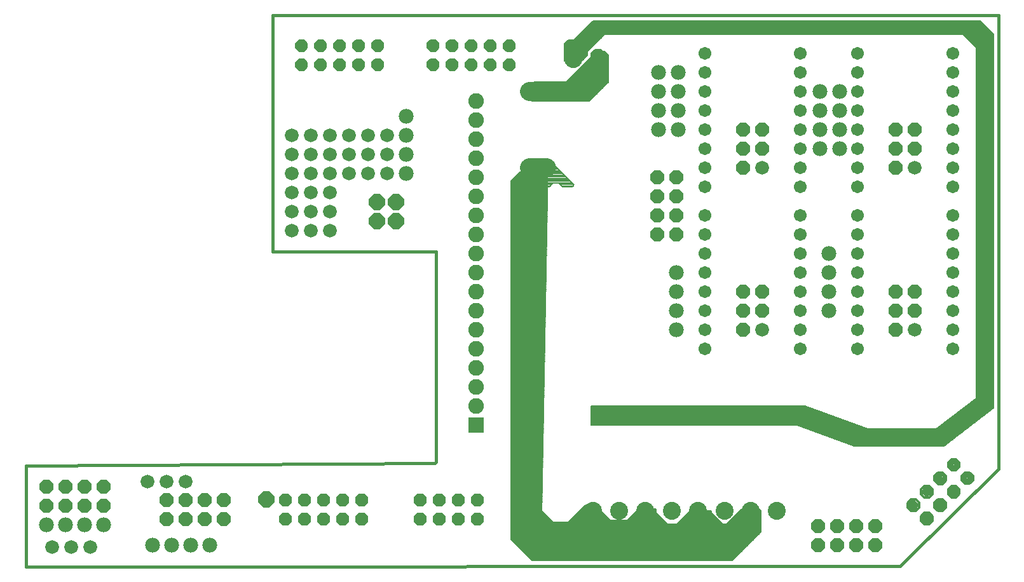
<source format=gbs>
G75*
%MOIN*%
%OFA0B0*%
%FSLAX25Y25*%
%IPPOS*%
%LPD*%
%AMOC8*
5,1,8,0,0,1.08239X$1,22.5*
%
%ADD10C,0.01600*%
%ADD11C,0.01200*%
%ADD12C,0.00600*%
%ADD13C,0.00800*%
%ADD14OC8,0.06743*%
%ADD15R,0.08200X0.08200*%
%ADD16C,0.08200*%
%ADD17C,0.06743*%
%ADD18C,0.07800*%
%ADD19C,0.07200*%
%ADD20OC8,0.07200*%
%ADD21C,0.09400*%
%ADD22OC8,0.07400*%
%ADD23C,0.01349*%
%ADD24C,0.09855*%
%ADD25OC8,0.08400*%
%ADD26C,0.01480*%
D10*
X0002800Y0040700D02*
X0461300Y0041000D01*
X0464300Y0044000D01*
X0512800Y0092000D01*
X0512800Y0330000D01*
X0218800Y0330000D01*
X0218700Y0330000D02*
X0132300Y0330000D01*
X0132300Y0206000D01*
X0217900Y0206000D01*
X0217900Y0095600D01*
X0217200Y0094800D02*
X0002800Y0093500D01*
X0002800Y0040700D01*
D11*
X0217300Y0095000D02*
X0218300Y0096000D01*
D12*
X0257300Y0096070D02*
X0273771Y0096070D01*
X0273760Y0095472D02*
X0257300Y0095472D01*
X0257300Y0094873D02*
X0273750Y0094873D01*
X0273739Y0094275D02*
X0257300Y0094275D01*
X0257300Y0093676D02*
X0273728Y0093676D01*
X0273717Y0093078D02*
X0257300Y0093078D01*
X0257300Y0092479D02*
X0273706Y0092479D01*
X0273695Y0091881D02*
X0257300Y0091881D01*
X0257300Y0091282D02*
X0273685Y0091282D01*
X0273674Y0090684D02*
X0257300Y0090684D01*
X0257300Y0090085D02*
X0273663Y0090085D01*
X0273652Y0089487D02*
X0257300Y0089487D01*
X0257300Y0088888D02*
X0273641Y0088888D01*
X0273631Y0088290D02*
X0257300Y0088290D01*
X0257300Y0087691D02*
X0273620Y0087691D01*
X0273609Y0087093D02*
X0257300Y0087093D01*
X0257300Y0086494D02*
X0273598Y0086494D01*
X0273587Y0085896D02*
X0257300Y0085896D01*
X0257300Y0085297D02*
X0273576Y0085297D01*
X0273566Y0084699D02*
X0257300Y0084699D01*
X0257300Y0084100D02*
X0273555Y0084100D01*
X0273544Y0083502D02*
X0257300Y0083502D01*
X0257300Y0082903D02*
X0273533Y0082903D01*
X0273522Y0082305D02*
X0257300Y0082305D01*
X0257300Y0081706D02*
X0273512Y0081706D01*
X0273501Y0081108D02*
X0257300Y0081108D01*
X0257300Y0080509D02*
X0273490Y0080509D01*
X0273479Y0079911D02*
X0257300Y0079911D01*
X0257300Y0079312D02*
X0273468Y0079312D01*
X0273457Y0078714D02*
X0257300Y0078714D01*
X0257300Y0078115D02*
X0273447Y0078115D01*
X0273436Y0077517D02*
X0257300Y0077517D01*
X0257300Y0076918D02*
X0273425Y0076918D01*
X0273414Y0076320D02*
X0257300Y0076320D01*
X0257300Y0075721D02*
X0273403Y0075721D01*
X0273393Y0075123D02*
X0257300Y0075123D01*
X0257300Y0074524D02*
X0273382Y0074524D01*
X0273371Y0073926D02*
X0257300Y0073926D01*
X0257300Y0073327D02*
X0273360Y0073327D01*
X0273349Y0072729D02*
X0257300Y0072729D01*
X0257300Y0072130D02*
X0273338Y0072130D01*
X0273328Y0071532D02*
X0257300Y0071532D01*
X0257300Y0070933D02*
X0273317Y0070933D01*
X0273306Y0070334D02*
X0257300Y0070334D01*
X0257300Y0069736D02*
X0273564Y0069736D01*
X0273300Y0070000D02*
X0276300Y0236000D01*
X0276300Y0245000D01*
X0265300Y0245000D01*
X0262300Y0248000D01*
X0257300Y0243000D01*
X0257300Y0055000D01*
X0268300Y0044000D01*
X0373300Y0044000D01*
X0388300Y0059000D01*
X0388300Y0070000D01*
X0387300Y0071000D01*
X0378300Y0071000D01*
X0370300Y0063000D01*
X0368300Y0063000D01*
X0362300Y0069000D01*
X0362300Y0070000D01*
X0351300Y0070000D01*
X0344300Y0063000D01*
X0339300Y0063000D01*
X0333300Y0069000D01*
X0333300Y0071000D01*
X0324300Y0071000D01*
X0318300Y0065000D01*
X0309300Y0065000D01*
X0301300Y0073000D01*
X0296300Y0073000D01*
X0287300Y0064000D01*
X0279300Y0064000D01*
X0273300Y0070000D01*
X0274163Y0069137D02*
X0257300Y0069137D01*
X0257300Y0068539D02*
X0274761Y0068539D01*
X0275360Y0067940D02*
X0257300Y0067940D01*
X0257300Y0067342D02*
X0275958Y0067342D01*
X0276557Y0066743D02*
X0257300Y0066743D01*
X0257300Y0066145D02*
X0277155Y0066145D01*
X0277754Y0065546D02*
X0257300Y0065546D01*
X0257300Y0064948D02*
X0278352Y0064948D01*
X0278951Y0064349D02*
X0257300Y0064349D01*
X0257300Y0063751D02*
X0338549Y0063751D01*
X0337951Y0064349D02*
X0287649Y0064349D01*
X0288248Y0064948D02*
X0337352Y0064948D01*
X0336754Y0065546D02*
X0318846Y0065546D01*
X0319445Y0066145D02*
X0336155Y0066145D01*
X0335557Y0066743D02*
X0320043Y0066743D01*
X0320642Y0067342D02*
X0334958Y0067342D01*
X0334360Y0067940D02*
X0321240Y0067940D01*
X0321839Y0068539D02*
X0333761Y0068539D01*
X0333300Y0069137D02*
X0322437Y0069137D01*
X0323036Y0069736D02*
X0333300Y0069736D01*
X0333300Y0070334D02*
X0323634Y0070334D01*
X0324233Y0070933D02*
X0333300Y0070933D01*
X0339148Y0063152D02*
X0257300Y0063152D01*
X0257300Y0062554D02*
X0388300Y0062554D01*
X0388300Y0063152D02*
X0370452Y0063152D01*
X0371051Y0063751D02*
X0388300Y0063751D01*
X0388300Y0064349D02*
X0371649Y0064349D01*
X0372248Y0064948D02*
X0388300Y0064948D01*
X0388300Y0065546D02*
X0372846Y0065546D01*
X0373445Y0066145D02*
X0388300Y0066145D01*
X0388300Y0066743D02*
X0374043Y0066743D01*
X0374642Y0067342D02*
X0388300Y0067342D01*
X0388300Y0067940D02*
X0375240Y0067940D01*
X0375839Y0068539D02*
X0388300Y0068539D01*
X0388300Y0069137D02*
X0376437Y0069137D01*
X0377036Y0069736D02*
X0388300Y0069736D01*
X0387966Y0070334D02*
X0377634Y0070334D01*
X0378233Y0070933D02*
X0387367Y0070933D01*
X0388300Y0061955D02*
X0257300Y0061955D01*
X0257300Y0061357D02*
X0388300Y0061357D01*
X0388300Y0060758D02*
X0257300Y0060758D01*
X0257300Y0060160D02*
X0388300Y0060160D01*
X0388300Y0059561D02*
X0257300Y0059561D01*
X0257300Y0058963D02*
X0388263Y0058963D01*
X0387664Y0058364D02*
X0257300Y0058364D01*
X0257300Y0057766D02*
X0387066Y0057766D01*
X0386467Y0057167D02*
X0257300Y0057167D01*
X0257300Y0056569D02*
X0385869Y0056569D01*
X0385270Y0055970D02*
X0257300Y0055970D01*
X0257300Y0055372D02*
X0384672Y0055372D01*
X0384073Y0054773D02*
X0257527Y0054773D01*
X0258125Y0054175D02*
X0383475Y0054175D01*
X0382876Y0053576D02*
X0258724Y0053576D01*
X0259322Y0052978D02*
X0382278Y0052978D01*
X0381679Y0052379D02*
X0259921Y0052379D01*
X0260519Y0051781D02*
X0381081Y0051781D01*
X0380482Y0051182D02*
X0261118Y0051182D01*
X0261716Y0050584D02*
X0379884Y0050584D01*
X0379285Y0049985D02*
X0262315Y0049985D01*
X0262913Y0049387D02*
X0378687Y0049387D01*
X0378088Y0048788D02*
X0263512Y0048788D01*
X0264110Y0048190D02*
X0377490Y0048190D01*
X0376891Y0047591D02*
X0264709Y0047591D01*
X0265307Y0046993D02*
X0376293Y0046993D01*
X0375694Y0046394D02*
X0265906Y0046394D01*
X0266504Y0045796D02*
X0375096Y0045796D01*
X0374497Y0045197D02*
X0267103Y0045197D01*
X0267701Y0044599D02*
X0373899Y0044599D01*
X0373300Y0044000D02*
X0268300Y0044000D01*
X0288846Y0065546D02*
X0308754Y0065546D01*
X0308155Y0066145D02*
X0289445Y0066145D01*
X0290043Y0066743D02*
X0307557Y0066743D01*
X0306958Y0067342D02*
X0290642Y0067342D01*
X0291240Y0067940D02*
X0306360Y0067940D01*
X0305761Y0068539D02*
X0291839Y0068539D01*
X0292437Y0069137D02*
X0305163Y0069137D01*
X0304564Y0069736D02*
X0293036Y0069736D01*
X0293634Y0070334D02*
X0303966Y0070334D01*
X0303367Y0070933D02*
X0294233Y0070933D01*
X0294832Y0071532D02*
X0302768Y0071532D01*
X0302170Y0072130D02*
X0295430Y0072130D01*
X0296029Y0072729D02*
X0301571Y0072729D01*
X0273782Y0096669D02*
X0257300Y0096669D01*
X0257300Y0097268D02*
X0273793Y0097268D01*
X0273804Y0097866D02*
X0257300Y0097866D01*
X0257300Y0098465D02*
X0273814Y0098465D01*
X0273825Y0099063D02*
X0257300Y0099063D01*
X0257300Y0099662D02*
X0273836Y0099662D01*
X0273847Y0100260D02*
X0257300Y0100260D01*
X0257300Y0100859D02*
X0273858Y0100859D01*
X0273868Y0101457D02*
X0257300Y0101457D01*
X0257300Y0102056D02*
X0273879Y0102056D01*
X0273890Y0102654D02*
X0257300Y0102654D01*
X0257300Y0103253D02*
X0273901Y0103253D01*
X0273912Y0103851D02*
X0257300Y0103851D01*
X0257300Y0104450D02*
X0273923Y0104450D01*
X0273933Y0105048D02*
X0257300Y0105048D01*
X0257300Y0105647D02*
X0273944Y0105647D01*
X0273955Y0106245D02*
X0257300Y0106245D01*
X0257300Y0106844D02*
X0273966Y0106844D01*
X0273977Y0107442D02*
X0257300Y0107442D01*
X0257300Y0108041D02*
X0273987Y0108041D01*
X0273998Y0108639D02*
X0257300Y0108639D01*
X0257300Y0109238D02*
X0274009Y0109238D01*
X0274020Y0109836D02*
X0257300Y0109836D01*
X0257300Y0110435D02*
X0274031Y0110435D01*
X0274042Y0111033D02*
X0257300Y0111033D01*
X0257300Y0111632D02*
X0274052Y0111632D01*
X0274063Y0112230D02*
X0257300Y0112230D01*
X0257300Y0112829D02*
X0274074Y0112829D01*
X0274085Y0113427D02*
X0257300Y0113427D01*
X0257300Y0114026D02*
X0274096Y0114026D01*
X0274106Y0114624D02*
X0257300Y0114624D01*
X0257300Y0115223D02*
X0274117Y0115223D01*
X0274128Y0115821D02*
X0257300Y0115821D01*
X0257300Y0116420D02*
X0274139Y0116420D01*
X0274150Y0117018D02*
X0257300Y0117018D01*
X0257300Y0117617D02*
X0274161Y0117617D01*
X0274171Y0118215D02*
X0257300Y0118215D01*
X0257300Y0118814D02*
X0274182Y0118814D01*
X0274193Y0119412D02*
X0257300Y0119412D01*
X0257300Y0120011D02*
X0274204Y0120011D01*
X0274215Y0120609D02*
X0257300Y0120609D01*
X0257300Y0121208D02*
X0274225Y0121208D01*
X0274236Y0121806D02*
X0257300Y0121806D01*
X0257300Y0122405D02*
X0274247Y0122405D01*
X0274258Y0123003D02*
X0257300Y0123003D01*
X0257300Y0123602D02*
X0274269Y0123602D01*
X0274280Y0124201D02*
X0257300Y0124201D01*
X0257300Y0124799D02*
X0274290Y0124799D01*
X0274301Y0125398D02*
X0257300Y0125398D01*
X0257300Y0125996D02*
X0274312Y0125996D01*
X0274323Y0126595D02*
X0257300Y0126595D01*
X0257300Y0127193D02*
X0274334Y0127193D01*
X0274344Y0127792D02*
X0257300Y0127792D01*
X0257300Y0128390D02*
X0274355Y0128390D01*
X0274366Y0128989D02*
X0257300Y0128989D01*
X0257300Y0129587D02*
X0274377Y0129587D01*
X0274388Y0130186D02*
X0257300Y0130186D01*
X0257300Y0130784D02*
X0274398Y0130784D01*
X0274409Y0131383D02*
X0257300Y0131383D01*
X0257300Y0131981D02*
X0274420Y0131981D01*
X0274431Y0132580D02*
X0257300Y0132580D01*
X0257300Y0133178D02*
X0274442Y0133178D01*
X0274453Y0133777D02*
X0257300Y0133777D01*
X0257300Y0134375D02*
X0274463Y0134375D01*
X0274474Y0134974D02*
X0257300Y0134974D01*
X0257300Y0135572D02*
X0274485Y0135572D01*
X0274496Y0136171D02*
X0257300Y0136171D01*
X0257300Y0136769D02*
X0274507Y0136769D01*
X0274517Y0137368D02*
X0257300Y0137368D01*
X0257300Y0137966D02*
X0274528Y0137966D01*
X0274539Y0138565D02*
X0257300Y0138565D01*
X0257300Y0139163D02*
X0274550Y0139163D01*
X0274561Y0139762D02*
X0257300Y0139762D01*
X0257300Y0140360D02*
X0274572Y0140360D01*
X0274582Y0140959D02*
X0257300Y0140959D01*
X0257300Y0141557D02*
X0274593Y0141557D01*
X0274604Y0142156D02*
X0257300Y0142156D01*
X0257300Y0142754D02*
X0274615Y0142754D01*
X0274626Y0143353D02*
X0257300Y0143353D01*
X0257300Y0143951D02*
X0274636Y0143951D01*
X0274647Y0144550D02*
X0257300Y0144550D01*
X0257300Y0145148D02*
X0274658Y0145148D01*
X0274669Y0145747D02*
X0257300Y0145747D01*
X0257300Y0146345D02*
X0274680Y0146345D01*
X0274691Y0146944D02*
X0257300Y0146944D01*
X0257300Y0147542D02*
X0274701Y0147542D01*
X0274712Y0148141D02*
X0257300Y0148141D01*
X0257300Y0148739D02*
X0274723Y0148739D01*
X0274734Y0149338D02*
X0257300Y0149338D01*
X0257300Y0149937D02*
X0274745Y0149937D01*
X0274755Y0150535D02*
X0257300Y0150535D01*
X0257300Y0151134D02*
X0274766Y0151134D01*
X0274777Y0151732D02*
X0257300Y0151732D01*
X0257300Y0152331D02*
X0274788Y0152331D01*
X0274799Y0152929D02*
X0257300Y0152929D01*
X0257300Y0153528D02*
X0274810Y0153528D01*
X0274820Y0154126D02*
X0257300Y0154126D01*
X0257300Y0154725D02*
X0274831Y0154725D01*
X0274842Y0155323D02*
X0257300Y0155323D01*
X0257300Y0155922D02*
X0274853Y0155922D01*
X0274864Y0156520D02*
X0257300Y0156520D01*
X0257300Y0157119D02*
X0274874Y0157119D01*
X0274885Y0157717D02*
X0257300Y0157717D01*
X0257300Y0158316D02*
X0274896Y0158316D01*
X0274907Y0158914D02*
X0257300Y0158914D01*
X0257300Y0159513D02*
X0274918Y0159513D01*
X0274929Y0160111D02*
X0257300Y0160111D01*
X0257300Y0160710D02*
X0274939Y0160710D01*
X0274950Y0161308D02*
X0257300Y0161308D01*
X0257300Y0161907D02*
X0274961Y0161907D01*
X0274972Y0162505D02*
X0257300Y0162505D01*
X0257300Y0163104D02*
X0274983Y0163104D01*
X0274993Y0163702D02*
X0257300Y0163702D01*
X0257300Y0164301D02*
X0275004Y0164301D01*
X0275015Y0164899D02*
X0257300Y0164899D01*
X0257300Y0165498D02*
X0275026Y0165498D01*
X0275037Y0166096D02*
X0257300Y0166096D01*
X0257300Y0166695D02*
X0275047Y0166695D01*
X0275058Y0167293D02*
X0257300Y0167293D01*
X0257300Y0167892D02*
X0275069Y0167892D01*
X0275080Y0168490D02*
X0257300Y0168490D01*
X0257300Y0169089D02*
X0275091Y0169089D01*
X0275102Y0169687D02*
X0257300Y0169687D01*
X0257300Y0170286D02*
X0275112Y0170286D01*
X0275123Y0170884D02*
X0257300Y0170884D01*
X0257300Y0171483D02*
X0275134Y0171483D01*
X0275145Y0172081D02*
X0257300Y0172081D01*
X0257300Y0172680D02*
X0275156Y0172680D01*
X0275166Y0173278D02*
X0257300Y0173278D01*
X0257300Y0173877D02*
X0275177Y0173877D01*
X0275188Y0174475D02*
X0257300Y0174475D01*
X0257300Y0175074D02*
X0275199Y0175074D01*
X0275210Y0175672D02*
X0257300Y0175672D01*
X0257300Y0176271D02*
X0275221Y0176271D01*
X0275231Y0176870D02*
X0257300Y0176870D01*
X0257300Y0177468D02*
X0275242Y0177468D01*
X0275253Y0178067D02*
X0257300Y0178067D01*
X0257300Y0178665D02*
X0275264Y0178665D01*
X0275275Y0179264D02*
X0257300Y0179264D01*
X0257300Y0179862D02*
X0275285Y0179862D01*
X0275296Y0180461D02*
X0257300Y0180461D01*
X0257300Y0181059D02*
X0275307Y0181059D01*
X0275318Y0181658D02*
X0257300Y0181658D01*
X0257300Y0182256D02*
X0275329Y0182256D01*
X0275340Y0182855D02*
X0257300Y0182855D01*
X0257300Y0183453D02*
X0275350Y0183453D01*
X0275361Y0184052D02*
X0257300Y0184052D01*
X0257300Y0184650D02*
X0275372Y0184650D01*
X0275383Y0185249D02*
X0257300Y0185249D01*
X0257300Y0185847D02*
X0275394Y0185847D01*
X0275404Y0186446D02*
X0257300Y0186446D01*
X0257300Y0187044D02*
X0275415Y0187044D01*
X0275426Y0187643D02*
X0257300Y0187643D01*
X0257300Y0188241D02*
X0275437Y0188241D01*
X0275448Y0188840D02*
X0257300Y0188840D01*
X0257300Y0189438D02*
X0275459Y0189438D01*
X0275469Y0190037D02*
X0257300Y0190037D01*
X0257300Y0190635D02*
X0275480Y0190635D01*
X0275491Y0191234D02*
X0257300Y0191234D01*
X0257300Y0191832D02*
X0275502Y0191832D01*
X0275513Y0192431D02*
X0257300Y0192431D01*
X0257300Y0193029D02*
X0275523Y0193029D01*
X0275534Y0193628D02*
X0257300Y0193628D01*
X0257300Y0194226D02*
X0275545Y0194226D01*
X0275556Y0194825D02*
X0257300Y0194825D01*
X0257300Y0195423D02*
X0275567Y0195423D01*
X0275577Y0196022D02*
X0257300Y0196022D01*
X0257300Y0196620D02*
X0275588Y0196620D01*
X0275599Y0197219D02*
X0257300Y0197219D01*
X0257300Y0197817D02*
X0275610Y0197817D01*
X0275621Y0198416D02*
X0257300Y0198416D01*
X0257300Y0199014D02*
X0275632Y0199014D01*
X0275642Y0199613D02*
X0257300Y0199613D01*
X0257300Y0200211D02*
X0275653Y0200211D01*
X0275664Y0200810D02*
X0257300Y0200810D01*
X0257300Y0201408D02*
X0275675Y0201408D01*
X0275686Y0202007D02*
X0257300Y0202007D01*
X0257300Y0202605D02*
X0275696Y0202605D01*
X0275707Y0203204D02*
X0257300Y0203204D01*
X0257300Y0203803D02*
X0275718Y0203803D01*
X0275729Y0204401D02*
X0257300Y0204401D01*
X0257300Y0205000D02*
X0275740Y0205000D01*
X0275751Y0205598D02*
X0257300Y0205598D01*
X0257300Y0206197D02*
X0275761Y0206197D01*
X0275772Y0206795D02*
X0257300Y0206795D01*
X0257300Y0207394D02*
X0275783Y0207394D01*
X0275794Y0207992D02*
X0257300Y0207992D01*
X0257300Y0208591D02*
X0275805Y0208591D01*
X0275815Y0209189D02*
X0257300Y0209189D01*
X0257300Y0209788D02*
X0275826Y0209788D01*
X0275837Y0210386D02*
X0257300Y0210386D01*
X0257300Y0210985D02*
X0275848Y0210985D01*
X0275859Y0211583D02*
X0257300Y0211583D01*
X0257300Y0212182D02*
X0275870Y0212182D01*
X0275880Y0212780D02*
X0257300Y0212780D01*
X0257300Y0213379D02*
X0275891Y0213379D01*
X0275902Y0213977D02*
X0257300Y0213977D01*
X0257300Y0214576D02*
X0275913Y0214576D01*
X0275924Y0215174D02*
X0257300Y0215174D01*
X0257300Y0215773D02*
X0275934Y0215773D01*
X0275945Y0216371D02*
X0257300Y0216371D01*
X0257300Y0216970D02*
X0275956Y0216970D01*
X0275967Y0217568D02*
X0257300Y0217568D01*
X0257300Y0218167D02*
X0275978Y0218167D01*
X0275989Y0218765D02*
X0257300Y0218765D01*
X0257300Y0219364D02*
X0275999Y0219364D01*
X0276010Y0219962D02*
X0257300Y0219962D01*
X0257300Y0220561D02*
X0276021Y0220561D01*
X0276032Y0221159D02*
X0257300Y0221159D01*
X0257300Y0221758D02*
X0276043Y0221758D01*
X0276053Y0222356D02*
X0257300Y0222356D01*
X0257300Y0222955D02*
X0276064Y0222955D01*
X0276075Y0223553D02*
X0257300Y0223553D01*
X0257300Y0224152D02*
X0276086Y0224152D01*
X0276097Y0224750D02*
X0257300Y0224750D01*
X0257300Y0225349D02*
X0276108Y0225349D01*
X0276118Y0225947D02*
X0257300Y0225947D01*
X0257300Y0226546D02*
X0276129Y0226546D01*
X0276140Y0227144D02*
X0257300Y0227144D01*
X0257300Y0227743D02*
X0276151Y0227743D01*
X0276162Y0228341D02*
X0257300Y0228341D01*
X0257300Y0228940D02*
X0276172Y0228940D01*
X0276183Y0229539D02*
X0257300Y0229539D01*
X0257300Y0230137D02*
X0276194Y0230137D01*
X0276205Y0230736D02*
X0257300Y0230736D01*
X0257300Y0231334D02*
X0276216Y0231334D01*
X0276226Y0231933D02*
X0257300Y0231933D01*
X0257300Y0232531D02*
X0276237Y0232531D01*
X0276248Y0233130D02*
X0257300Y0233130D01*
X0257300Y0233728D02*
X0276259Y0233728D01*
X0276270Y0234327D02*
X0257300Y0234327D01*
X0257300Y0234925D02*
X0276281Y0234925D01*
X0276291Y0235524D02*
X0257300Y0235524D01*
X0257300Y0236122D02*
X0276300Y0236122D01*
X0276300Y0236721D02*
X0257300Y0236721D01*
X0257300Y0237319D02*
X0276300Y0237319D01*
X0276300Y0237918D02*
X0257300Y0237918D01*
X0257300Y0238516D02*
X0276300Y0238516D01*
X0276300Y0239115D02*
X0257300Y0239115D01*
X0257300Y0239713D02*
X0276300Y0239713D01*
X0276300Y0240312D02*
X0257300Y0240312D01*
X0257300Y0240910D02*
X0276300Y0240910D01*
X0276300Y0241509D02*
X0257300Y0241509D01*
X0257300Y0242107D02*
X0276300Y0242107D01*
X0276300Y0242706D02*
X0257300Y0242706D01*
X0257604Y0243304D02*
X0276300Y0243304D01*
X0276300Y0243903D02*
X0258203Y0243903D01*
X0258801Y0244501D02*
X0276300Y0244501D01*
X0265200Y0245100D02*
X0259400Y0245100D01*
X0259998Y0245698D02*
X0264602Y0245698D01*
X0264003Y0246297D02*
X0260597Y0246297D01*
X0261195Y0246895D02*
X0263405Y0246895D01*
X0262806Y0247494D02*
X0261794Y0247494D01*
X0268300Y0285000D02*
X0265300Y0288000D01*
X0265300Y0291000D01*
X0269300Y0295000D01*
X0286300Y0295000D01*
X0299300Y0308000D01*
X0299300Y0310000D01*
X0301300Y0312000D01*
X0304300Y0312000D01*
X0305300Y0311000D01*
X0306300Y0311000D01*
X0308300Y0309000D01*
X0308300Y0295000D01*
X0298300Y0285000D01*
X0268300Y0285000D01*
X0268100Y0285200D02*
X0298500Y0285200D01*
X0299099Y0285799D02*
X0267501Y0285799D01*
X0266903Y0286397D02*
X0299697Y0286397D01*
X0300296Y0286996D02*
X0266304Y0286996D01*
X0265706Y0287594D02*
X0300894Y0287594D01*
X0301493Y0288193D02*
X0265300Y0288193D01*
X0265300Y0288791D02*
X0302091Y0288791D01*
X0302690Y0289390D02*
X0265300Y0289390D01*
X0265300Y0289988D02*
X0303288Y0289988D01*
X0303887Y0290587D02*
X0265300Y0290587D01*
X0265485Y0291185D02*
X0304485Y0291185D01*
X0305084Y0291784D02*
X0266084Y0291784D01*
X0266682Y0292382D02*
X0305682Y0292382D01*
X0306281Y0292981D02*
X0267281Y0292981D01*
X0267879Y0293579D02*
X0306879Y0293579D01*
X0307478Y0294178D02*
X0268478Y0294178D01*
X0269076Y0294776D02*
X0308076Y0294776D01*
X0308300Y0295375D02*
X0286675Y0295375D01*
X0287273Y0295973D02*
X0308300Y0295973D01*
X0308300Y0296572D02*
X0287872Y0296572D01*
X0288470Y0297170D02*
X0308300Y0297170D01*
X0308300Y0297769D02*
X0289069Y0297769D01*
X0289667Y0298367D02*
X0308300Y0298367D01*
X0308300Y0298966D02*
X0290266Y0298966D01*
X0290864Y0299564D02*
X0308300Y0299564D01*
X0308300Y0300163D02*
X0291463Y0300163D01*
X0292061Y0300761D02*
X0308300Y0300761D01*
X0308300Y0301360D02*
X0292660Y0301360D01*
X0293258Y0301958D02*
X0308300Y0301958D01*
X0308300Y0302557D02*
X0293857Y0302557D01*
X0294455Y0303155D02*
X0308300Y0303155D01*
X0308300Y0303754D02*
X0295054Y0303754D01*
X0295652Y0304352D02*
X0308300Y0304352D01*
X0308300Y0304951D02*
X0296251Y0304951D01*
X0296849Y0305549D02*
X0308300Y0305549D01*
X0308300Y0306148D02*
X0297448Y0306148D01*
X0298046Y0306746D02*
X0308300Y0306746D01*
X0308300Y0307345D02*
X0298645Y0307345D01*
X0299243Y0307943D02*
X0308300Y0307943D01*
X0308300Y0308542D02*
X0299300Y0308542D01*
X0299300Y0309141D02*
X0308159Y0309141D01*
X0307561Y0309739D02*
X0299300Y0309739D01*
X0299638Y0310338D02*
X0306962Y0310338D01*
X0306364Y0310936D02*
X0300236Y0310936D01*
X0300835Y0311535D02*
X0304765Y0311535D01*
X0301426Y0315126D02*
X0285426Y0315126D01*
X0285300Y0315000D02*
X0287300Y0317000D01*
X0290300Y0317000D01*
X0300300Y0327000D01*
X0503300Y0327000D01*
X0510300Y0320000D01*
X0510300Y0124000D01*
X0484300Y0104000D01*
X0437300Y0104000D01*
X0407300Y0115000D01*
X0299300Y0115000D01*
X0299300Y0125000D01*
X0411300Y0125000D01*
X0444300Y0113000D01*
X0480300Y0113000D01*
X0501300Y0129000D01*
X0501300Y0313000D01*
X0494300Y0320000D01*
X0306300Y0320000D01*
X0297300Y0311000D01*
X0297300Y0309000D01*
X0294300Y0306000D01*
X0285300Y0306000D01*
X0285300Y0315000D01*
X0285300Y0314527D02*
X0300827Y0314527D01*
X0300229Y0313929D02*
X0285300Y0313929D01*
X0285300Y0313330D02*
X0299630Y0313330D01*
X0299032Y0312732D02*
X0285300Y0312732D01*
X0285300Y0312133D02*
X0298433Y0312133D01*
X0297835Y0311535D02*
X0285300Y0311535D01*
X0285300Y0310936D02*
X0297300Y0310936D01*
X0297300Y0310338D02*
X0285300Y0310338D01*
X0285300Y0309739D02*
X0297300Y0309739D01*
X0297300Y0309141D02*
X0285300Y0309141D01*
X0285300Y0308542D02*
X0296842Y0308542D01*
X0296243Y0307943D02*
X0285300Y0307943D01*
X0285300Y0307345D02*
X0295645Y0307345D01*
X0295046Y0306746D02*
X0285300Y0306746D01*
X0285300Y0306148D02*
X0294448Y0306148D01*
X0302024Y0315724D02*
X0286024Y0315724D01*
X0286623Y0316323D02*
X0302623Y0316323D01*
X0303221Y0316921D02*
X0287221Y0316921D01*
X0290820Y0317520D02*
X0303820Y0317520D01*
X0304418Y0318118D02*
X0291418Y0318118D01*
X0292017Y0318717D02*
X0305017Y0318717D01*
X0305615Y0319315D02*
X0292615Y0319315D01*
X0293214Y0319914D02*
X0306214Y0319914D01*
X0299199Y0325899D02*
X0504401Y0325899D01*
X0503803Y0326497D02*
X0299797Y0326497D01*
X0298600Y0325300D02*
X0505000Y0325300D01*
X0505598Y0324702D02*
X0298002Y0324702D01*
X0297403Y0324103D02*
X0506197Y0324103D01*
X0506795Y0323505D02*
X0296805Y0323505D01*
X0296206Y0322906D02*
X0507394Y0322906D01*
X0507992Y0322308D02*
X0295608Y0322308D01*
X0295009Y0321709D02*
X0508591Y0321709D01*
X0509189Y0321111D02*
X0294411Y0321111D01*
X0293812Y0320512D02*
X0509788Y0320512D01*
X0510300Y0319914D02*
X0494386Y0319914D01*
X0494985Y0319315D02*
X0510300Y0319315D01*
X0510300Y0318717D02*
X0495583Y0318717D01*
X0496182Y0318118D02*
X0510300Y0318118D01*
X0510300Y0317520D02*
X0496780Y0317520D01*
X0497379Y0316921D02*
X0510300Y0316921D01*
X0510300Y0316323D02*
X0497977Y0316323D01*
X0498576Y0315724D02*
X0510300Y0315724D01*
X0510300Y0315126D02*
X0499174Y0315126D01*
X0499773Y0314527D02*
X0510300Y0314527D01*
X0510300Y0313929D02*
X0500371Y0313929D01*
X0500970Y0313330D02*
X0510300Y0313330D01*
X0510300Y0312732D02*
X0501300Y0312732D01*
X0501300Y0312133D02*
X0510300Y0312133D01*
X0510300Y0311535D02*
X0501300Y0311535D01*
X0501300Y0310936D02*
X0510300Y0310936D01*
X0510300Y0310338D02*
X0501300Y0310338D01*
X0501300Y0309739D02*
X0510300Y0309739D01*
X0510300Y0309141D02*
X0501300Y0309141D01*
X0501300Y0308542D02*
X0510300Y0308542D01*
X0510300Y0307943D02*
X0501300Y0307943D01*
X0501300Y0307345D02*
X0510300Y0307345D01*
X0510300Y0306746D02*
X0501300Y0306746D01*
X0501300Y0306148D02*
X0510300Y0306148D01*
X0510300Y0305549D02*
X0501300Y0305549D01*
X0501300Y0304951D02*
X0510300Y0304951D01*
X0510300Y0304352D02*
X0501300Y0304352D01*
X0501300Y0303754D02*
X0510300Y0303754D01*
X0510300Y0303155D02*
X0501300Y0303155D01*
X0501300Y0302557D02*
X0510300Y0302557D01*
X0510300Y0301958D02*
X0501300Y0301958D01*
X0501300Y0301360D02*
X0510300Y0301360D01*
X0510300Y0300761D02*
X0501300Y0300761D01*
X0501300Y0300163D02*
X0510300Y0300163D01*
X0510300Y0299564D02*
X0501300Y0299564D01*
X0501300Y0298966D02*
X0510300Y0298966D01*
X0510300Y0298367D02*
X0501300Y0298367D01*
X0501300Y0297769D02*
X0510300Y0297769D01*
X0510300Y0297170D02*
X0501300Y0297170D01*
X0501300Y0296572D02*
X0510300Y0296572D01*
X0510300Y0295973D02*
X0501300Y0295973D01*
X0501300Y0295375D02*
X0510300Y0295375D01*
X0510300Y0294776D02*
X0501300Y0294776D01*
X0501300Y0294178D02*
X0510300Y0294178D01*
X0510300Y0293579D02*
X0501300Y0293579D01*
X0501300Y0292981D02*
X0510300Y0292981D01*
X0510300Y0292382D02*
X0501300Y0292382D01*
X0501300Y0291784D02*
X0510300Y0291784D01*
X0510300Y0291185D02*
X0501300Y0291185D01*
X0501300Y0290587D02*
X0510300Y0290587D01*
X0510300Y0289988D02*
X0501300Y0289988D01*
X0501300Y0289390D02*
X0510300Y0289390D01*
X0510300Y0288791D02*
X0501300Y0288791D01*
X0501300Y0288193D02*
X0510300Y0288193D01*
X0510300Y0287594D02*
X0501300Y0287594D01*
X0501300Y0286996D02*
X0510300Y0286996D01*
X0510300Y0286397D02*
X0501300Y0286397D01*
X0501300Y0285799D02*
X0510300Y0285799D01*
X0510300Y0285200D02*
X0501300Y0285200D01*
X0501300Y0284602D02*
X0510300Y0284602D01*
X0510300Y0284003D02*
X0501300Y0284003D01*
X0501300Y0283405D02*
X0510300Y0283405D01*
X0510300Y0282806D02*
X0501300Y0282806D01*
X0501300Y0282208D02*
X0510300Y0282208D01*
X0510300Y0281609D02*
X0501300Y0281609D01*
X0501300Y0281010D02*
X0510300Y0281010D01*
X0510300Y0280412D02*
X0501300Y0280412D01*
X0501300Y0279813D02*
X0510300Y0279813D01*
X0510300Y0279215D02*
X0501300Y0279215D01*
X0501300Y0278616D02*
X0510300Y0278616D01*
X0510300Y0278018D02*
X0501300Y0278018D01*
X0501300Y0277419D02*
X0510300Y0277419D01*
X0510300Y0276821D02*
X0501300Y0276821D01*
X0501300Y0276222D02*
X0510300Y0276222D01*
X0510300Y0275624D02*
X0501300Y0275624D01*
X0501300Y0275025D02*
X0510300Y0275025D01*
X0510300Y0274427D02*
X0501300Y0274427D01*
X0501300Y0273828D02*
X0510300Y0273828D01*
X0510300Y0273230D02*
X0501300Y0273230D01*
X0501300Y0272631D02*
X0510300Y0272631D01*
X0510300Y0272033D02*
X0501300Y0272033D01*
X0501300Y0271434D02*
X0510300Y0271434D01*
X0510300Y0270836D02*
X0501300Y0270836D01*
X0501300Y0270237D02*
X0510300Y0270237D01*
X0510300Y0269639D02*
X0501300Y0269639D01*
X0501300Y0269040D02*
X0510300Y0269040D01*
X0510300Y0268442D02*
X0501300Y0268442D01*
X0501300Y0267843D02*
X0510300Y0267843D01*
X0510300Y0267245D02*
X0501300Y0267245D01*
X0501300Y0266646D02*
X0510300Y0266646D01*
X0510300Y0266048D02*
X0501300Y0266048D01*
X0501300Y0265449D02*
X0510300Y0265449D01*
X0510300Y0264851D02*
X0501300Y0264851D01*
X0501300Y0264252D02*
X0510300Y0264252D01*
X0510300Y0263654D02*
X0501300Y0263654D01*
X0501300Y0263055D02*
X0510300Y0263055D01*
X0510300Y0262457D02*
X0501300Y0262457D01*
X0501300Y0261858D02*
X0510300Y0261858D01*
X0510300Y0261260D02*
X0501300Y0261260D01*
X0501300Y0260661D02*
X0510300Y0260661D01*
X0510300Y0260063D02*
X0501300Y0260063D01*
X0501300Y0259464D02*
X0510300Y0259464D01*
X0510300Y0258866D02*
X0501300Y0258866D01*
X0501300Y0258267D02*
X0510300Y0258267D01*
X0510300Y0257669D02*
X0501300Y0257669D01*
X0501300Y0257070D02*
X0510300Y0257070D01*
X0510300Y0256472D02*
X0501300Y0256472D01*
X0501300Y0255873D02*
X0510300Y0255873D01*
X0510300Y0255274D02*
X0501300Y0255274D01*
X0501300Y0254676D02*
X0510300Y0254676D01*
X0510300Y0254077D02*
X0501300Y0254077D01*
X0501300Y0253479D02*
X0510300Y0253479D01*
X0510300Y0252880D02*
X0501300Y0252880D01*
X0501300Y0252282D02*
X0510300Y0252282D01*
X0510300Y0251683D02*
X0501300Y0251683D01*
X0501300Y0251085D02*
X0510300Y0251085D01*
X0510300Y0250486D02*
X0501300Y0250486D01*
X0501300Y0249888D02*
X0510300Y0249888D01*
X0510300Y0249289D02*
X0501300Y0249289D01*
X0501300Y0248691D02*
X0510300Y0248691D01*
X0510300Y0248092D02*
X0501300Y0248092D01*
X0501300Y0247494D02*
X0510300Y0247494D01*
X0510300Y0246895D02*
X0501300Y0246895D01*
X0501300Y0246297D02*
X0510300Y0246297D01*
X0510300Y0245698D02*
X0501300Y0245698D01*
X0501300Y0245100D02*
X0510300Y0245100D01*
X0510300Y0244501D02*
X0501300Y0244501D01*
X0501300Y0243903D02*
X0510300Y0243903D01*
X0510300Y0243304D02*
X0501300Y0243304D01*
X0501300Y0242706D02*
X0510300Y0242706D01*
X0510300Y0242107D02*
X0501300Y0242107D01*
X0501300Y0241509D02*
X0510300Y0241509D01*
X0510300Y0240910D02*
X0501300Y0240910D01*
X0501300Y0240312D02*
X0510300Y0240312D01*
X0510300Y0239713D02*
X0501300Y0239713D01*
X0501300Y0239115D02*
X0510300Y0239115D01*
X0510300Y0238516D02*
X0501300Y0238516D01*
X0501300Y0237918D02*
X0510300Y0237918D01*
X0510300Y0237319D02*
X0501300Y0237319D01*
X0501300Y0236721D02*
X0510300Y0236721D01*
X0510300Y0236122D02*
X0501300Y0236122D01*
X0501300Y0235524D02*
X0510300Y0235524D01*
X0510300Y0234925D02*
X0501300Y0234925D01*
X0501300Y0234327D02*
X0510300Y0234327D01*
X0510300Y0233728D02*
X0501300Y0233728D01*
X0501300Y0233130D02*
X0510300Y0233130D01*
X0510300Y0232531D02*
X0501300Y0232531D01*
X0501300Y0231933D02*
X0510300Y0231933D01*
X0510300Y0231334D02*
X0501300Y0231334D01*
X0501300Y0230736D02*
X0510300Y0230736D01*
X0510300Y0230137D02*
X0501300Y0230137D01*
X0501300Y0229539D02*
X0510300Y0229539D01*
X0510300Y0228940D02*
X0501300Y0228940D01*
X0501300Y0228341D02*
X0510300Y0228341D01*
X0510300Y0227743D02*
X0501300Y0227743D01*
X0501300Y0227144D02*
X0510300Y0227144D01*
X0510300Y0226546D02*
X0501300Y0226546D01*
X0501300Y0225947D02*
X0510300Y0225947D01*
X0510300Y0225349D02*
X0501300Y0225349D01*
X0501300Y0224750D02*
X0510300Y0224750D01*
X0510300Y0224152D02*
X0501300Y0224152D01*
X0501300Y0223553D02*
X0510300Y0223553D01*
X0510300Y0222955D02*
X0501300Y0222955D01*
X0501300Y0222356D02*
X0510300Y0222356D01*
X0510300Y0221758D02*
X0501300Y0221758D01*
X0501300Y0221159D02*
X0510300Y0221159D01*
X0510300Y0220561D02*
X0501300Y0220561D01*
X0501300Y0219962D02*
X0510300Y0219962D01*
X0510300Y0219364D02*
X0501300Y0219364D01*
X0501300Y0218765D02*
X0510300Y0218765D01*
X0510300Y0218167D02*
X0501300Y0218167D01*
X0501300Y0217568D02*
X0510300Y0217568D01*
X0510300Y0216970D02*
X0501300Y0216970D01*
X0501300Y0216371D02*
X0510300Y0216371D01*
X0510300Y0215773D02*
X0501300Y0215773D01*
X0501300Y0215174D02*
X0510300Y0215174D01*
X0510300Y0214576D02*
X0501300Y0214576D01*
X0501300Y0213977D02*
X0510300Y0213977D01*
X0510300Y0213379D02*
X0501300Y0213379D01*
X0501300Y0212780D02*
X0510300Y0212780D01*
X0510300Y0212182D02*
X0501300Y0212182D01*
X0501300Y0211583D02*
X0510300Y0211583D01*
X0510300Y0210985D02*
X0501300Y0210985D01*
X0501300Y0210386D02*
X0510300Y0210386D01*
X0510300Y0209788D02*
X0501300Y0209788D01*
X0501300Y0209189D02*
X0510300Y0209189D01*
X0510300Y0208591D02*
X0501300Y0208591D01*
X0501300Y0207992D02*
X0510300Y0207992D01*
X0510300Y0207394D02*
X0501300Y0207394D01*
X0501300Y0206795D02*
X0510300Y0206795D01*
X0510300Y0206197D02*
X0501300Y0206197D01*
X0501300Y0205598D02*
X0510300Y0205598D01*
X0510300Y0205000D02*
X0501300Y0205000D01*
X0501300Y0204401D02*
X0510300Y0204401D01*
X0510300Y0203803D02*
X0501300Y0203803D01*
X0501300Y0203204D02*
X0510300Y0203204D01*
X0510300Y0202605D02*
X0501300Y0202605D01*
X0501300Y0202007D02*
X0510300Y0202007D01*
X0510300Y0201408D02*
X0501300Y0201408D01*
X0501300Y0200810D02*
X0510300Y0200810D01*
X0510300Y0200211D02*
X0501300Y0200211D01*
X0501300Y0199613D02*
X0510300Y0199613D01*
X0510300Y0199014D02*
X0501300Y0199014D01*
X0501300Y0198416D02*
X0510300Y0198416D01*
X0510300Y0197817D02*
X0501300Y0197817D01*
X0501300Y0197219D02*
X0510300Y0197219D01*
X0510300Y0196620D02*
X0501300Y0196620D01*
X0501300Y0196022D02*
X0510300Y0196022D01*
X0510300Y0195423D02*
X0501300Y0195423D01*
X0501300Y0194825D02*
X0510300Y0194825D01*
X0510300Y0194226D02*
X0501300Y0194226D01*
X0501300Y0193628D02*
X0510300Y0193628D01*
X0510300Y0193029D02*
X0501300Y0193029D01*
X0501300Y0192431D02*
X0510300Y0192431D01*
X0510300Y0191832D02*
X0501300Y0191832D01*
X0501300Y0191234D02*
X0510300Y0191234D01*
X0510300Y0190635D02*
X0501300Y0190635D01*
X0501300Y0190037D02*
X0510300Y0190037D01*
X0510300Y0189438D02*
X0501300Y0189438D01*
X0501300Y0188840D02*
X0510300Y0188840D01*
X0510300Y0188241D02*
X0501300Y0188241D01*
X0501300Y0187643D02*
X0510300Y0187643D01*
X0510300Y0187044D02*
X0501300Y0187044D01*
X0501300Y0186446D02*
X0510300Y0186446D01*
X0510300Y0185847D02*
X0501300Y0185847D01*
X0501300Y0185249D02*
X0510300Y0185249D01*
X0510300Y0184650D02*
X0501300Y0184650D01*
X0501300Y0184052D02*
X0510300Y0184052D01*
X0510300Y0183453D02*
X0501300Y0183453D01*
X0501300Y0182855D02*
X0510300Y0182855D01*
X0510300Y0182256D02*
X0501300Y0182256D01*
X0501300Y0181658D02*
X0510300Y0181658D01*
X0510300Y0181059D02*
X0501300Y0181059D01*
X0501300Y0180461D02*
X0510300Y0180461D01*
X0510300Y0179862D02*
X0501300Y0179862D01*
X0501300Y0179264D02*
X0510300Y0179264D01*
X0510300Y0178665D02*
X0501300Y0178665D01*
X0501300Y0178067D02*
X0510300Y0178067D01*
X0510300Y0177468D02*
X0501300Y0177468D01*
X0501300Y0176870D02*
X0510300Y0176870D01*
X0510300Y0176271D02*
X0501300Y0176271D01*
X0501300Y0175672D02*
X0510300Y0175672D01*
X0510300Y0175074D02*
X0501300Y0175074D01*
X0501300Y0174475D02*
X0510300Y0174475D01*
X0510300Y0173877D02*
X0501300Y0173877D01*
X0501300Y0173278D02*
X0510300Y0173278D01*
X0510300Y0172680D02*
X0501300Y0172680D01*
X0501300Y0172081D02*
X0510300Y0172081D01*
X0510300Y0171483D02*
X0501300Y0171483D01*
X0501300Y0170884D02*
X0510300Y0170884D01*
X0510300Y0170286D02*
X0501300Y0170286D01*
X0501300Y0169687D02*
X0510300Y0169687D01*
X0510300Y0169089D02*
X0501300Y0169089D01*
X0501300Y0168490D02*
X0510300Y0168490D01*
X0510300Y0167892D02*
X0501300Y0167892D01*
X0501300Y0167293D02*
X0510300Y0167293D01*
X0510300Y0166695D02*
X0501300Y0166695D01*
X0501300Y0166096D02*
X0510300Y0166096D01*
X0510300Y0165498D02*
X0501300Y0165498D01*
X0501300Y0164899D02*
X0510300Y0164899D01*
X0510300Y0164301D02*
X0501300Y0164301D01*
X0501300Y0163702D02*
X0510300Y0163702D01*
X0510300Y0163104D02*
X0501300Y0163104D01*
X0501300Y0162505D02*
X0510300Y0162505D01*
X0510300Y0161907D02*
X0501300Y0161907D01*
X0501300Y0161308D02*
X0510300Y0161308D01*
X0510300Y0160710D02*
X0501300Y0160710D01*
X0501300Y0160111D02*
X0510300Y0160111D01*
X0510300Y0159513D02*
X0501300Y0159513D01*
X0501300Y0158914D02*
X0510300Y0158914D01*
X0510300Y0158316D02*
X0501300Y0158316D01*
X0501300Y0157717D02*
X0510300Y0157717D01*
X0510300Y0157119D02*
X0501300Y0157119D01*
X0501300Y0156520D02*
X0510300Y0156520D01*
X0510300Y0155922D02*
X0501300Y0155922D01*
X0501300Y0155323D02*
X0510300Y0155323D01*
X0510300Y0154725D02*
X0501300Y0154725D01*
X0501300Y0154126D02*
X0510300Y0154126D01*
X0510300Y0153528D02*
X0501300Y0153528D01*
X0501300Y0152929D02*
X0510300Y0152929D01*
X0510300Y0152331D02*
X0501300Y0152331D01*
X0501300Y0151732D02*
X0510300Y0151732D01*
X0510300Y0151134D02*
X0501300Y0151134D01*
X0501300Y0150535D02*
X0510300Y0150535D01*
X0510300Y0149937D02*
X0501300Y0149937D01*
X0501300Y0149338D02*
X0510300Y0149338D01*
X0510300Y0148739D02*
X0501300Y0148739D01*
X0501300Y0148141D02*
X0510300Y0148141D01*
X0510300Y0147542D02*
X0501300Y0147542D01*
X0501300Y0146944D02*
X0510300Y0146944D01*
X0510300Y0146345D02*
X0501300Y0146345D01*
X0501300Y0145747D02*
X0510300Y0145747D01*
X0510300Y0145148D02*
X0501300Y0145148D01*
X0501300Y0144550D02*
X0510300Y0144550D01*
X0510300Y0143951D02*
X0501300Y0143951D01*
X0501300Y0143353D02*
X0510300Y0143353D01*
X0510300Y0142754D02*
X0501300Y0142754D01*
X0501300Y0142156D02*
X0510300Y0142156D01*
X0510300Y0141557D02*
X0501300Y0141557D01*
X0501300Y0140959D02*
X0510300Y0140959D01*
X0510300Y0140360D02*
X0501300Y0140360D01*
X0501300Y0139762D02*
X0510300Y0139762D01*
X0510300Y0139163D02*
X0501300Y0139163D01*
X0501300Y0138565D02*
X0510300Y0138565D01*
X0510300Y0137966D02*
X0501300Y0137966D01*
X0501300Y0137368D02*
X0510300Y0137368D01*
X0510300Y0136769D02*
X0501300Y0136769D01*
X0501300Y0136171D02*
X0510300Y0136171D01*
X0510300Y0135572D02*
X0501300Y0135572D01*
X0501300Y0134974D02*
X0510300Y0134974D01*
X0510300Y0134375D02*
X0501300Y0134375D01*
X0501300Y0133777D02*
X0510300Y0133777D01*
X0510300Y0133178D02*
X0501300Y0133178D01*
X0501300Y0132580D02*
X0510300Y0132580D01*
X0510300Y0131981D02*
X0501300Y0131981D01*
X0501300Y0131383D02*
X0510300Y0131383D01*
X0510300Y0130784D02*
X0501300Y0130784D01*
X0501300Y0130186D02*
X0510300Y0130186D01*
X0510300Y0129587D02*
X0501300Y0129587D01*
X0501285Y0128989D02*
X0510300Y0128989D01*
X0510300Y0128390D02*
X0500499Y0128390D01*
X0499714Y0127792D02*
X0510300Y0127792D01*
X0510300Y0127193D02*
X0498928Y0127193D01*
X0498143Y0126595D02*
X0510300Y0126595D01*
X0510300Y0125996D02*
X0497357Y0125996D01*
X0496572Y0125398D02*
X0510300Y0125398D01*
X0510300Y0124799D02*
X0495786Y0124799D01*
X0495001Y0124201D02*
X0510300Y0124201D01*
X0509783Y0123602D02*
X0494215Y0123602D01*
X0493430Y0123003D02*
X0509005Y0123003D01*
X0508226Y0122405D02*
X0492644Y0122405D01*
X0491858Y0121806D02*
X0507448Y0121806D01*
X0506670Y0121208D02*
X0491073Y0121208D01*
X0490287Y0120609D02*
X0505892Y0120609D01*
X0505114Y0120011D02*
X0489502Y0120011D01*
X0488716Y0119412D02*
X0504336Y0119412D01*
X0503558Y0118814D02*
X0487931Y0118814D01*
X0487145Y0118215D02*
X0502780Y0118215D01*
X0502002Y0117617D02*
X0486360Y0117617D01*
X0485574Y0117018D02*
X0501224Y0117018D01*
X0500446Y0116420D02*
X0484789Y0116420D01*
X0484003Y0115821D02*
X0499668Y0115821D01*
X0498890Y0115223D02*
X0483217Y0115223D01*
X0482432Y0114624D02*
X0498112Y0114624D01*
X0497334Y0114026D02*
X0481646Y0114026D01*
X0480861Y0113427D02*
X0496556Y0113427D01*
X0495777Y0112829D02*
X0413221Y0112829D01*
X0411589Y0113427D02*
X0443125Y0113427D01*
X0441479Y0114026D02*
X0409957Y0114026D01*
X0408325Y0114624D02*
X0439833Y0114624D01*
X0438187Y0115223D02*
X0299300Y0115223D01*
X0299300Y0115821D02*
X0436541Y0115821D01*
X0434895Y0116420D02*
X0299300Y0116420D01*
X0299300Y0117018D02*
X0433249Y0117018D01*
X0431604Y0117617D02*
X0299300Y0117617D01*
X0299300Y0118215D02*
X0429958Y0118215D01*
X0428312Y0118814D02*
X0299300Y0118814D01*
X0299300Y0119412D02*
X0426666Y0119412D01*
X0425020Y0120011D02*
X0299300Y0120011D01*
X0299300Y0120609D02*
X0423374Y0120609D01*
X0421728Y0121208D02*
X0299300Y0121208D01*
X0299300Y0121806D02*
X0420082Y0121806D01*
X0418436Y0122405D02*
X0299300Y0122405D01*
X0299300Y0123003D02*
X0416790Y0123003D01*
X0415144Y0123602D02*
X0299300Y0123602D01*
X0299300Y0124201D02*
X0413499Y0124201D01*
X0411853Y0124799D02*
X0299300Y0124799D01*
X0351036Y0069736D02*
X0362300Y0069736D01*
X0362300Y0069137D02*
X0350437Y0069137D01*
X0349839Y0068539D02*
X0362761Y0068539D01*
X0363360Y0067940D02*
X0349240Y0067940D01*
X0348642Y0067342D02*
X0363958Y0067342D01*
X0364557Y0066743D02*
X0348043Y0066743D01*
X0347445Y0066145D02*
X0365155Y0066145D01*
X0365754Y0065546D02*
X0346846Y0065546D01*
X0346248Y0064948D02*
X0366352Y0064948D01*
X0366951Y0064349D02*
X0345649Y0064349D01*
X0345051Y0063751D02*
X0367549Y0063751D01*
X0368148Y0063152D02*
X0344452Y0063152D01*
X0423015Y0109238D02*
X0491109Y0109238D01*
X0491887Y0109836D02*
X0421383Y0109836D01*
X0419751Y0110435D02*
X0492665Y0110435D01*
X0493443Y0111033D02*
X0418118Y0111033D01*
X0416486Y0111632D02*
X0494221Y0111632D01*
X0494999Y0112230D02*
X0414854Y0112230D01*
X0424648Y0108639D02*
X0490331Y0108639D01*
X0489553Y0108041D02*
X0426280Y0108041D01*
X0427912Y0107442D02*
X0488775Y0107442D01*
X0487997Y0106844D02*
X0429544Y0106844D01*
X0431177Y0106245D02*
X0487219Y0106245D01*
X0486441Y0105647D02*
X0432809Y0105647D01*
X0434441Y0105048D02*
X0485663Y0105048D01*
X0484885Y0104450D02*
X0436074Y0104450D01*
D13*
X0290300Y0241000D02*
X0279300Y0252000D01*
X0276300Y0252000D01*
X0276300Y0240000D01*
X0277300Y0240000D01*
X0279300Y0242000D01*
X0282300Y0242000D01*
X0284300Y0240000D01*
X0289300Y0240000D01*
X0290300Y0241000D01*
X0290068Y0241232D02*
X0283068Y0241232D01*
X0283866Y0240434D02*
X0289734Y0240434D01*
X0289269Y0242031D02*
X0276300Y0242031D01*
X0276300Y0242829D02*
X0288471Y0242829D01*
X0287672Y0243628D02*
X0276300Y0243628D01*
X0276300Y0244426D02*
X0286874Y0244426D01*
X0286075Y0245225D02*
X0276300Y0245225D01*
X0276300Y0246023D02*
X0285277Y0246023D01*
X0284478Y0246822D02*
X0276300Y0246822D01*
X0276300Y0247620D02*
X0283680Y0247620D01*
X0282881Y0248419D02*
X0276300Y0248419D01*
X0276300Y0249217D02*
X0282083Y0249217D01*
X0281284Y0250016D02*
X0276300Y0250016D01*
X0276300Y0250814D02*
X0280486Y0250814D01*
X0279687Y0251613D02*
X0276300Y0251613D01*
X0276300Y0241232D02*
X0278532Y0241232D01*
X0277734Y0240434D02*
X0276300Y0240434D01*
D14*
X0239425Y0075625D03*
X0229425Y0075625D03*
X0219425Y0075625D03*
X0209425Y0075625D03*
X0209425Y0065625D03*
X0219425Y0065625D03*
X0229425Y0065625D03*
X0239425Y0065625D03*
X0178800Y0065625D03*
X0168800Y0065625D03*
X0158800Y0065625D03*
X0148800Y0065625D03*
X0138800Y0065625D03*
X0138800Y0075625D03*
X0148800Y0075625D03*
X0158800Y0075625D03*
X0168800Y0075625D03*
X0178800Y0075625D03*
D15*
X0238800Y0115000D03*
D16*
X0238800Y0125000D03*
X0238800Y0135000D03*
X0238800Y0145000D03*
X0238800Y0155000D03*
X0238800Y0165000D03*
X0238800Y0175000D03*
X0238800Y0185000D03*
X0238800Y0195000D03*
X0238800Y0205000D03*
X0238800Y0215000D03*
X0238800Y0225000D03*
X0238800Y0235000D03*
X0238800Y0245000D03*
X0238800Y0255000D03*
X0238800Y0265000D03*
X0238800Y0275000D03*
X0238800Y0285000D03*
D17*
X0358800Y0280000D03*
X0358800Y0270000D03*
X0358800Y0260000D03*
X0358800Y0250000D03*
X0358800Y0240000D03*
X0358800Y0225000D03*
X0358800Y0215000D03*
X0358800Y0205000D03*
X0358800Y0195000D03*
X0358800Y0185000D03*
X0358800Y0175000D03*
X0358800Y0165000D03*
X0358800Y0155000D03*
X0408800Y0155000D03*
X0408800Y0165000D03*
X0408800Y0175000D03*
X0408800Y0185000D03*
X0408800Y0195000D03*
X0408800Y0205000D03*
X0408800Y0215000D03*
X0408800Y0225000D03*
X0408800Y0240000D03*
X0408800Y0250000D03*
X0408800Y0260000D03*
X0408800Y0270000D03*
X0408800Y0280000D03*
X0408800Y0290000D03*
X0408800Y0300000D03*
X0408800Y0310000D03*
X0438800Y0310000D03*
X0438800Y0300000D03*
X0438800Y0290000D03*
X0438800Y0280000D03*
X0438800Y0270000D03*
X0438800Y0260000D03*
X0438800Y0250000D03*
X0438800Y0240000D03*
X0438800Y0225000D03*
X0438800Y0215000D03*
X0438800Y0205000D03*
X0438800Y0195000D03*
X0438800Y0185000D03*
X0438800Y0175000D03*
X0438800Y0165000D03*
X0438800Y0155000D03*
X0488800Y0155000D03*
X0488800Y0165000D03*
X0488800Y0175000D03*
X0488800Y0185000D03*
X0488800Y0195000D03*
X0488800Y0205000D03*
X0488800Y0215000D03*
X0488800Y0225000D03*
X0488800Y0240000D03*
X0488800Y0250000D03*
X0488800Y0260000D03*
X0488800Y0270000D03*
X0488800Y0280000D03*
X0488800Y0290000D03*
X0488800Y0300000D03*
X0488800Y0310000D03*
X0358800Y0310000D03*
X0358800Y0300000D03*
X0358800Y0290000D03*
D18*
X0344800Y0290000D03*
X0334700Y0290000D03*
X0334700Y0280000D03*
X0344800Y0280000D03*
X0344800Y0270000D03*
X0334700Y0270000D03*
X0334700Y0300000D03*
X0344800Y0300000D03*
X0419300Y0289800D03*
X0429400Y0289800D03*
X0429400Y0279800D03*
X0419300Y0279800D03*
X0419300Y0269800D03*
X0429400Y0269800D03*
X0429400Y0259800D03*
X0419300Y0259800D03*
X0423800Y0205000D03*
X0423800Y0195000D03*
X0423800Y0185000D03*
X0423800Y0175000D03*
X0343800Y0175000D03*
X0343800Y0165000D03*
X0343800Y0185000D03*
X0343800Y0195000D03*
X0202300Y0247100D03*
X0202300Y0257100D03*
X0202300Y0267100D03*
X0202300Y0277100D03*
X0043550Y0062650D03*
X0033550Y0062650D03*
X0023550Y0062650D03*
X0013550Y0062650D03*
X0069300Y0052000D03*
X0079300Y0052000D03*
X0089300Y0052000D03*
X0099300Y0052000D03*
D19*
X0086700Y0085400D03*
X0076700Y0085400D03*
X0066700Y0085400D03*
X0036700Y0050800D03*
X0026700Y0050800D03*
X0016700Y0050800D03*
X0142100Y0216800D03*
X0152100Y0216800D03*
X0162100Y0216800D03*
X0162100Y0226800D03*
X0152100Y0226800D03*
X0142100Y0226800D03*
X0142100Y0237000D03*
X0152100Y0237000D03*
X0162100Y0237000D03*
X0162100Y0247000D03*
X0152100Y0247000D03*
X0142100Y0247000D03*
X0142100Y0257000D03*
X0152100Y0257000D03*
X0162100Y0257000D03*
X0172100Y0257000D03*
X0182100Y0257000D03*
X0192300Y0257000D03*
X0192300Y0247000D03*
X0182100Y0247000D03*
X0172100Y0247000D03*
X0172100Y0267000D03*
X0182100Y0267000D03*
X0192300Y0267000D03*
X0162100Y0267000D03*
X0152100Y0267000D03*
X0142100Y0267000D03*
X0388800Y0250000D03*
X0468800Y0250000D03*
X0468800Y0165000D03*
X0388800Y0165000D03*
D20*
X0378800Y0165000D03*
X0378800Y0175000D03*
X0388800Y0175000D03*
X0388800Y0185000D03*
X0378800Y0185000D03*
X0458800Y0185000D03*
X0468800Y0185000D03*
X0468800Y0175000D03*
X0458800Y0175000D03*
X0458800Y0165000D03*
X0458800Y0250000D03*
X0458800Y0260000D03*
X0468800Y0260000D03*
X0468800Y0270000D03*
X0458800Y0270000D03*
X0388800Y0270000D03*
X0378800Y0270000D03*
X0378800Y0260000D03*
X0388800Y0260000D03*
X0378800Y0250000D03*
D21*
X0303493Y0307000D03*
X0289713Y0307000D03*
X0300107Y0070000D03*
X0313887Y0070000D03*
X0327707Y0070000D03*
X0341487Y0070000D03*
X0355307Y0070000D03*
X0369087Y0070000D03*
X0382907Y0070000D03*
X0396687Y0070000D03*
D22*
X0418300Y0062000D03*
X0428300Y0062000D03*
X0438300Y0062000D03*
X0448300Y0062000D03*
X0448300Y0052000D03*
X0438300Y0052000D03*
X0428300Y0052000D03*
X0418300Y0052000D03*
X0343800Y0215000D03*
X0333800Y0215000D03*
X0333800Y0225000D03*
X0343800Y0225000D03*
X0343800Y0235000D03*
X0333800Y0235000D03*
X0333800Y0245000D03*
X0343800Y0245000D03*
X0106400Y0075500D03*
X0096400Y0075500D03*
X0086400Y0075500D03*
X0076400Y0075500D03*
X0076400Y0065500D03*
X0086400Y0065500D03*
X0096400Y0065500D03*
X0106400Y0065500D03*
X0043600Y0072700D03*
X0033600Y0072700D03*
X0023600Y0072700D03*
X0013600Y0072700D03*
X0013600Y0082700D03*
X0023600Y0082700D03*
X0033600Y0082700D03*
X0043600Y0082700D03*
D23*
X0149332Y0303537D02*
X0150007Y0302862D01*
X0148430Y0301279D01*
X0146197Y0301276D01*
X0144614Y0302853D01*
X0144611Y0305086D01*
X0146188Y0306669D01*
X0148421Y0306672D01*
X0150004Y0305095D01*
X0150007Y0302862D01*
X0148996Y0303279D01*
X0148009Y0302290D01*
X0146614Y0302287D01*
X0145625Y0303274D01*
X0145622Y0304669D01*
X0146609Y0305658D01*
X0148004Y0305661D01*
X0148993Y0304674D01*
X0148996Y0303279D01*
X0147983Y0303697D01*
X0147589Y0303301D01*
X0147032Y0303300D01*
X0146636Y0303694D01*
X0146635Y0304251D01*
X0147029Y0304647D01*
X0147586Y0304648D01*
X0147982Y0304254D01*
X0147983Y0303697D01*
X0159332Y0303554D02*
X0160007Y0302879D01*
X0158430Y0301296D01*
X0156197Y0301293D01*
X0154614Y0302870D01*
X0154611Y0305103D01*
X0156188Y0306686D01*
X0158421Y0306689D01*
X0160004Y0305112D01*
X0160007Y0302879D01*
X0158996Y0303296D01*
X0158009Y0302307D01*
X0156614Y0302304D01*
X0155625Y0303291D01*
X0155622Y0304686D01*
X0156609Y0305675D01*
X0158004Y0305678D01*
X0158993Y0304691D01*
X0158996Y0303296D01*
X0157983Y0303714D01*
X0157589Y0303318D01*
X0157032Y0303317D01*
X0156636Y0303711D01*
X0156635Y0304268D01*
X0157029Y0304664D01*
X0157586Y0304665D01*
X0157982Y0304271D01*
X0157983Y0303714D01*
X0169332Y0303572D02*
X0170007Y0302897D01*
X0168430Y0301314D01*
X0166197Y0301311D01*
X0164614Y0302888D01*
X0164611Y0305121D01*
X0166188Y0306704D01*
X0168421Y0306707D01*
X0170004Y0305130D01*
X0170007Y0302897D01*
X0168996Y0303314D01*
X0168009Y0302325D01*
X0166614Y0302322D01*
X0165625Y0303309D01*
X0165622Y0304704D01*
X0166609Y0305693D01*
X0168004Y0305696D01*
X0168993Y0304709D01*
X0168996Y0303314D01*
X0167983Y0303732D01*
X0167589Y0303336D01*
X0167032Y0303335D01*
X0166636Y0303729D01*
X0166635Y0304286D01*
X0167029Y0304682D01*
X0167586Y0304683D01*
X0167982Y0304289D01*
X0167983Y0303732D01*
X0179332Y0303589D02*
X0180007Y0302914D01*
X0178430Y0301331D01*
X0176197Y0301328D01*
X0174614Y0302905D01*
X0174611Y0305138D01*
X0176188Y0306721D01*
X0178421Y0306724D01*
X0180004Y0305147D01*
X0180007Y0302914D01*
X0178996Y0303331D01*
X0178009Y0302342D01*
X0176614Y0302339D01*
X0175625Y0303326D01*
X0175622Y0304721D01*
X0176609Y0305710D01*
X0178004Y0305713D01*
X0178993Y0304726D01*
X0178996Y0303331D01*
X0177983Y0303749D01*
X0177589Y0303353D01*
X0177032Y0303352D01*
X0176636Y0303746D01*
X0176635Y0304303D01*
X0177029Y0304699D01*
X0177586Y0304700D01*
X0177982Y0304306D01*
X0177983Y0303749D01*
X0189332Y0303607D02*
X0190007Y0302932D01*
X0188430Y0301349D01*
X0186197Y0301346D01*
X0184614Y0302923D01*
X0184611Y0305156D01*
X0186188Y0306739D01*
X0188421Y0306742D01*
X0190004Y0305165D01*
X0190007Y0302932D01*
X0188996Y0303349D01*
X0188009Y0302360D01*
X0186614Y0302357D01*
X0185625Y0303344D01*
X0185622Y0304739D01*
X0186609Y0305728D01*
X0188004Y0305731D01*
X0188993Y0304744D01*
X0188996Y0303349D01*
X0187983Y0303767D01*
X0187589Y0303371D01*
X0187032Y0303370D01*
X0186636Y0303764D01*
X0186635Y0304321D01*
X0187029Y0304717D01*
X0187586Y0304718D01*
X0187982Y0304324D01*
X0187983Y0303767D01*
X0189314Y0313607D02*
X0189989Y0312932D01*
X0188412Y0311349D01*
X0186179Y0311346D01*
X0184596Y0312923D01*
X0184593Y0315156D01*
X0186170Y0316739D01*
X0188403Y0316742D01*
X0189986Y0315165D01*
X0189989Y0312932D01*
X0188978Y0313349D01*
X0187991Y0312360D01*
X0186596Y0312357D01*
X0185607Y0313344D01*
X0185604Y0314739D01*
X0186591Y0315728D01*
X0187986Y0315731D01*
X0188975Y0314744D01*
X0188978Y0313349D01*
X0187965Y0313767D01*
X0187571Y0313371D01*
X0187014Y0313370D01*
X0186618Y0313764D01*
X0186617Y0314321D01*
X0187011Y0314717D01*
X0187568Y0314718D01*
X0187964Y0314324D01*
X0187965Y0313767D01*
X0179314Y0313589D02*
X0179989Y0312914D01*
X0178412Y0311331D01*
X0176179Y0311328D01*
X0174596Y0312905D01*
X0174593Y0315138D01*
X0176170Y0316721D01*
X0178403Y0316724D01*
X0179986Y0315147D01*
X0179989Y0312914D01*
X0178978Y0313331D01*
X0177991Y0312342D01*
X0176596Y0312339D01*
X0175607Y0313326D01*
X0175604Y0314721D01*
X0176591Y0315710D01*
X0177986Y0315713D01*
X0178975Y0314726D01*
X0178978Y0313331D01*
X0177965Y0313749D01*
X0177571Y0313353D01*
X0177014Y0313352D01*
X0176618Y0313746D01*
X0176617Y0314303D01*
X0177011Y0314699D01*
X0177568Y0314700D01*
X0177964Y0314306D01*
X0177965Y0313749D01*
X0169314Y0313572D02*
X0169989Y0312897D01*
X0168412Y0311314D01*
X0166179Y0311311D01*
X0164596Y0312888D01*
X0164593Y0315121D01*
X0166170Y0316704D01*
X0168403Y0316707D01*
X0169986Y0315130D01*
X0169989Y0312897D01*
X0168978Y0313314D01*
X0167991Y0312325D01*
X0166596Y0312322D01*
X0165607Y0313309D01*
X0165604Y0314704D01*
X0166591Y0315693D01*
X0167986Y0315696D01*
X0168975Y0314709D01*
X0168978Y0313314D01*
X0167965Y0313732D01*
X0167571Y0313336D01*
X0167014Y0313335D01*
X0166618Y0313729D01*
X0166617Y0314286D01*
X0167011Y0314682D01*
X0167568Y0314683D01*
X0167964Y0314289D01*
X0167965Y0313732D01*
X0159314Y0313554D02*
X0159989Y0312879D01*
X0158412Y0311296D01*
X0156179Y0311293D01*
X0154596Y0312870D01*
X0154593Y0315103D01*
X0156170Y0316686D01*
X0158403Y0316689D01*
X0159986Y0315112D01*
X0159989Y0312879D01*
X0158978Y0313296D01*
X0157991Y0312307D01*
X0156596Y0312304D01*
X0155607Y0313291D01*
X0155604Y0314686D01*
X0156591Y0315675D01*
X0157986Y0315678D01*
X0158975Y0314691D01*
X0158978Y0313296D01*
X0157965Y0313714D01*
X0157571Y0313318D01*
X0157014Y0313317D01*
X0156618Y0313711D01*
X0156617Y0314268D01*
X0157011Y0314664D01*
X0157568Y0314665D01*
X0157964Y0314271D01*
X0157965Y0313714D01*
X0149314Y0313537D02*
X0149989Y0312862D01*
X0148412Y0311279D01*
X0146179Y0311276D01*
X0144596Y0312853D01*
X0144593Y0315086D01*
X0146170Y0316669D01*
X0148403Y0316672D01*
X0149986Y0315095D01*
X0149989Y0312862D01*
X0148978Y0313279D01*
X0147991Y0312290D01*
X0146596Y0312287D01*
X0145607Y0313274D01*
X0145604Y0314669D01*
X0146591Y0315658D01*
X0147986Y0315661D01*
X0148975Y0314674D01*
X0148978Y0313279D01*
X0147965Y0313697D01*
X0147571Y0313301D01*
X0147014Y0313300D01*
X0146618Y0313694D01*
X0146617Y0314251D01*
X0147011Y0314647D01*
X0147568Y0314648D01*
X0147964Y0314254D01*
X0147965Y0313697D01*
X0218342Y0313622D02*
X0219017Y0312947D01*
X0217428Y0311376D01*
X0215195Y0311387D01*
X0213624Y0312976D01*
X0213635Y0315209D01*
X0215224Y0316780D01*
X0217457Y0316769D01*
X0219028Y0315180D01*
X0219017Y0312947D01*
X0218008Y0313372D01*
X0217015Y0312389D01*
X0215620Y0312396D01*
X0214637Y0313389D01*
X0214644Y0314784D01*
X0215637Y0315767D01*
X0217032Y0315760D01*
X0218015Y0314767D01*
X0218008Y0313372D01*
X0216998Y0313796D01*
X0216601Y0313403D01*
X0216044Y0313406D01*
X0215651Y0313803D01*
X0215654Y0314360D01*
X0216051Y0314753D01*
X0216608Y0314750D01*
X0217001Y0314353D01*
X0216998Y0313796D01*
X0228342Y0313570D02*
X0229017Y0312895D01*
X0227428Y0311324D01*
X0225195Y0311335D01*
X0223624Y0312924D01*
X0223635Y0315157D01*
X0225224Y0316728D01*
X0227457Y0316717D01*
X0229028Y0315128D01*
X0229017Y0312895D01*
X0228008Y0313320D01*
X0227015Y0312337D01*
X0225620Y0312344D01*
X0224637Y0313337D01*
X0224644Y0314732D01*
X0225637Y0315715D01*
X0227032Y0315708D01*
X0228015Y0314715D01*
X0228008Y0313320D01*
X0226998Y0313744D01*
X0226601Y0313351D01*
X0226044Y0313354D01*
X0225651Y0313751D01*
X0225654Y0314308D01*
X0226051Y0314701D01*
X0226608Y0314698D01*
X0227001Y0314301D01*
X0226998Y0313744D01*
X0238342Y0313518D02*
X0239017Y0312843D01*
X0237428Y0311272D01*
X0235195Y0311283D01*
X0233624Y0312872D01*
X0233635Y0315105D01*
X0235224Y0316676D01*
X0237457Y0316665D01*
X0239028Y0315076D01*
X0239017Y0312843D01*
X0238008Y0313268D01*
X0237015Y0312285D01*
X0235620Y0312292D01*
X0234637Y0313285D01*
X0234644Y0314680D01*
X0235637Y0315663D01*
X0237032Y0315656D01*
X0238015Y0314663D01*
X0238008Y0313268D01*
X0236998Y0313692D01*
X0236601Y0313299D01*
X0236044Y0313302D01*
X0235651Y0313699D01*
X0235654Y0314256D01*
X0236051Y0314649D01*
X0236608Y0314646D01*
X0237001Y0314249D01*
X0236998Y0313692D01*
X0248342Y0313465D02*
X0249017Y0312790D01*
X0247428Y0311219D01*
X0245195Y0311230D01*
X0243624Y0312819D01*
X0243635Y0315052D01*
X0245224Y0316623D01*
X0247457Y0316612D01*
X0249028Y0315023D01*
X0249017Y0312790D01*
X0248008Y0313215D01*
X0247015Y0312232D01*
X0245620Y0312239D01*
X0244637Y0313232D01*
X0244644Y0314627D01*
X0245637Y0315610D01*
X0247032Y0315603D01*
X0248015Y0314610D01*
X0248008Y0313215D01*
X0246998Y0313639D01*
X0246601Y0313246D01*
X0246044Y0313249D01*
X0245651Y0313646D01*
X0245654Y0314203D01*
X0246051Y0314596D01*
X0246608Y0314593D01*
X0247001Y0314196D01*
X0246998Y0313639D01*
X0258342Y0313413D02*
X0259017Y0312738D01*
X0257428Y0311167D01*
X0255195Y0311178D01*
X0253624Y0312767D01*
X0253635Y0315000D01*
X0255224Y0316571D01*
X0257457Y0316560D01*
X0259028Y0314971D01*
X0259017Y0312738D01*
X0258008Y0313163D01*
X0257015Y0312180D01*
X0255620Y0312187D01*
X0254637Y0313180D01*
X0254644Y0314575D01*
X0255637Y0315558D01*
X0257032Y0315551D01*
X0258015Y0314558D01*
X0258008Y0313163D01*
X0256998Y0313587D01*
X0256601Y0313194D01*
X0256044Y0313197D01*
X0255651Y0313594D01*
X0255654Y0314151D01*
X0256051Y0314544D01*
X0256608Y0314541D01*
X0257001Y0314144D01*
X0256998Y0313587D01*
X0258289Y0303413D02*
X0258964Y0302738D01*
X0257375Y0301167D01*
X0255142Y0301178D01*
X0253571Y0302767D01*
X0253582Y0305000D01*
X0255171Y0306571D01*
X0257404Y0306560D01*
X0258975Y0304971D01*
X0258964Y0302738D01*
X0257955Y0303163D01*
X0256962Y0302180D01*
X0255567Y0302187D01*
X0254584Y0303180D01*
X0254591Y0304575D01*
X0255584Y0305558D01*
X0256979Y0305551D01*
X0257962Y0304558D01*
X0257955Y0303163D01*
X0256945Y0303587D01*
X0256548Y0303194D01*
X0255991Y0303197D01*
X0255598Y0303594D01*
X0255601Y0304151D01*
X0255998Y0304544D01*
X0256555Y0304541D01*
X0256948Y0304144D01*
X0256945Y0303587D01*
X0248290Y0303466D02*
X0248965Y0302791D01*
X0247376Y0301220D01*
X0245143Y0301231D01*
X0243572Y0302820D01*
X0243583Y0305053D01*
X0245172Y0306624D01*
X0247405Y0306613D01*
X0248976Y0305024D01*
X0248965Y0302791D01*
X0247956Y0303216D01*
X0246963Y0302233D01*
X0245568Y0302240D01*
X0244585Y0303233D01*
X0244592Y0304628D01*
X0245585Y0305611D01*
X0246980Y0305604D01*
X0247963Y0304611D01*
X0247956Y0303216D01*
X0246946Y0303640D01*
X0246549Y0303247D01*
X0245992Y0303250D01*
X0245599Y0303647D01*
X0245602Y0304204D01*
X0245999Y0304597D01*
X0246556Y0304594D01*
X0246949Y0304197D01*
X0246946Y0303640D01*
X0238290Y0303518D02*
X0238965Y0302843D01*
X0237376Y0301272D01*
X0235143Y0301283D01*
X0233572Y0302872D01*
X0233583Y0305105D01*
X0235172Y0306676D01*
X0237405Y0306665D01*
X0238976Y0305076D01*
X0238965Y0302843D01*
X0237956Y0303268D01*
X0236963Y0302285D01*
X0235568Y0302292D01*
X0234585Y0303285D01*
X0234592Y0304680D01*
X0235585Y0305663D01*
X0236980Y0305656D01*
X0237963Y0304663D01*
X0237956Y0303268D01*
X0236946Y0303692D01*
X0236549Y0303299D01*
X0235992Y0303302D01*
X0235599Y0303699D01*
X0235602Y0304256D01*
X0235999Y0304649D01*
X0236556Y0304646D01*
X0236949Y0304249D01*
X0236946Y0303692D01*
X0228290Y0303570D02*
X0228965Y0302895D01*
X0227376Y0301324D01*
X0225143Y0301335D01*
X0223572Y0302924D01*
X0223583Y0305157D01*
X0225172Y0306728D01*
X0227405Y0306717D01*
X0228976Y0305128D01*
X0228965Y0302895D01*
X0227956Y0303320D01*
X0226963Y0302337D01*
X0225568Y0302344D01*
X0224585Y0303337D01*
X0224592Y0304732D01*
X0225585Y0305715D01*
X0226980Y0305708D01*
X0227963Y0304715D01*
X0227956Y0303320D01*
X0226946Y0303744D01*
X0226549Y0303351D01*
X0225992Y0303354D01*
X0225599Y0303751D01*
X0225602Y0304308D01*
X0225999Y0304701D01*
X0226556Y0304698D01*
X0226949Y0304301D01*
X0226946Y0303744D01*
X0218290Y0303623D02*
X0218965Y0302948D01*
X0217376Y0301377D01*
X0215143Y0301388D01*
X0213572Y0302977D01*
X0213583Y0305210D01*
X0215172Y0306781D01*
X0217405Y0306770D01*
X0218976Y0305181D01*
X0218965Y0302948D01*
X0217956Y0303373D01*
X0216963Y0302390D01*
X0215568Y0302397D01*
X0214585Y0303390D01*
X0214592Y0304785D01*
X0215585Y0305768D01*
X0216980Y0305761D01*
X0217963Y0304768D01*
X0217956Y0303373D01*
X0216946Y0303797D01*
X0216549Y0303404D01*
X0215992Y0303407D01*
X0215599Y0303804D01*
X0215602Y0304361D01*
X0215999Y0304754D01*
X0216556Y0304751D01*
X0216949Y0304354D01*
X0216946Y0303797D01*
D24*
X0266772Y0290000D02*
X0275828Y0290000D01*
X0275828Y0250000D02*
X0266772Y0250000D01*
D25*
X0196900Y0232000D03*
X0186900Y0232000D03*
X0186900Y0222000D03*
X0196900Y0222000D03*
X0128900Y0075800D03*
D26*
X0465953Y0072413D02*
X0465213Y0071673D01*
X0465208Y0074124D01*
X0466939Y0075861D01*
X0469390Y0075866D01*
X0471127Y0074135D01*
X0471132Y0071684D01*
X0469401Y0069947D01*
X0466950Y0069942D01*
X0465213Y0071673D01*
X0466322Y0072135D01*
X0466319Y0073667D01*
X0467401Y0074752D01*
X0468933Y0074755D01*
X0470018Y0073673D01*
X0470021Y0072141D01*
X0468939Y0071056D01*
X0467407Y0071053D01*
X0466322Y0072135D01*
X0467431Y0072596D01*
X0467430Y0073209D01*
X0467862Y0073643D01*
X0468475Y0073644D01*
X0468909Y0073212D01*
X0468910Y0072599D01*
X0468478Y0072165D01*
X0467865Y0072164D01*
X0467431Y0072596D01*
X0473037Y0065355D02*
X0472297Y0064615D01*
X0472292Y0067066D01*
X0474023Y0068803D01*
X0476474Y0068808D01*
X0478211Y0067077D01*
X0478216Y0064626D01*
X0476485Y0062889D01*
X0474034Y0062884D01*
X0472297Y0064615D01*
X0473406Y0065077D01*
X0473403Y0066609D01*
X0474485Y0067694D01*
X0476017Y0067697D01*
X0477102Y0066615D01*
X0477105Y0065083D01*
X0476023Y0063998D01*
X0474491Y0063995D01*
X0473406Y0065077D01*
X0474515Y0065538D01*
X0474514Y0066151D01*
X0474946Y0066585D01*
X0475559Y0066586D01*
X0475993Y0066154D01*
X0475994Y0065541D01*
X0475562Y0065107D01*
X0474949Y0065106D01*
X0474515Y0065538D01*
X0480095Y0072438D02*
X0479355Y0071698D01*
X0479350Y0074149D01*
X0481081Y0075886D01*
X0483532Y0075891D01*
X0485269Y0074160D01*
X0485274Y0071709D01*
X0483543Y0069972D01*
X0481092Y0069967D01*
X0479355Y0071698D01*
X0480464Y0072160D01*
X0480461Y0073692D01*
X0481543Y0074777D01*
X0483075Y0074780D01*
X0484160Y0073698D01*
X0484163Y0072166D01*
X0483081Y0071081D01*
X0481549Y0071078D01*
X0480464Y0072160D01*
X0481573Y0072621D01*
X0481572Y0073234D01*
X0482004Y0073668D01*
X0482617Y0073669D01*
X0483051Y0073237D01*
X0483052Y0072624D01*
X0482620Y0072190D01*
X0482007Y0072189D01*
X0481573Y0072621D01*
X0473012Y0079497D02*
X0472272Y0078757D01*
X0472267Y0081208D01*
X0473998Y0082945D01*
X0476449Y0082950D01*
X0478186Y0081219D01*
X0478191Y0078768D01*
X0476460Y0077031D01*
X0474009Y0077026D01*
X0472272Y0078757D01*
X0473381Y0079219D01*
X0473378Y0080751D01*
X0474460Y0081836D01*
X0475992Y0081839D01*
X0477077Y0080757D01*
X0477080Y0079225D01*
X0475998Y0078140D01*
X0474466Y0078137D01*
X0473381Y0079219D01*
X0474490Y0079680D01*
X0474489Y0080293D01*
X0474921Y0080727D01*
X0475534Y0080728D01*
X0475968Y0080296D01*
X0475969Y0079683D01*
X0475537Y0079249D01*
X0474924Y0079248D01*
X0474490Y0079680D01*
X0480071Y0086580D02*
X0479331Y0085840D01*
X0479326Y0088291D01*
X0481057Y0090028D01*
X0483508Y0090033D01*
X0485245Y0088302D01*
X0485250Y0085851D01*
X0483519Y0084114D01*
X0481068Y0084109D01*
X0479331Y0085840D01*
X0480440Y0086302D01*
X0480437Y0087834D01*
X0481519Y0088919D01*
X0483051Y0088922D01*
X0484136Y0087840D01*
X0484139Y0086308D01*
X0483057Y0085223D01*
X0481525Y0085220D01*
X0480440Y0086302D01*
X0481549Y0086763D01*
X0481548Y0087376D01*
X0481980Y0087810D01*
X0482593Y0087811D01*
X0483027Y0087379D01*
X0483028Y0086766D01*
X0482596Y0086332D01*
X0481983Y0086331D01*
X0481549Y0086763D01*
X0487154Y0079521D02*
X0486414Y0078781D01*
X0486409Y0081232D01*
X0488140Y0082969D01*
X0490591Y0082974D01*
X0492328Y0081243D01*
X0492333Y0078792D01*
X0490602Y0077055D01*
X0488151Y0077050D01*
X0486414Y0078781D01*
X0487523Y0079243D01*
X0487520Y0080775D01*
X0488602Y0081860D01*
X0490134Y0081863D01*
X0491219Y0080781D01*
X0491222Y0079249D01*
X0490140Y0078164D01*
X0488608Y0078161D01*
X0487523Y0079243D01*
X0488632Y0079704D01*
X0488631Y0080317D01*
X0489063Y0080751D01*
X0489676Y0080752D01*
X0490110Y0080320D01*
X0490111Y0079707D01*
X0489679Y0079273D01*
X0489066Y0079272D01*
X0488632Y0079704D01*
X0494213Y0086605D02*
X0493473Y0085865D01*
X0493468Y0088316D01*
X0495199Y0090053D01*
X0497650Y0090058D01*
X0499387Y0088327D01*
X0499392Y0085876D01*
X0497661Y0084139D01*
X0495210Y0084134D01*
X0493473Y0085865D01*
X0494582Y0086327D01*
X0494579Y0087859D01*
X0495661Y0088944D01*
X0497193Y0088947D01*
X0498278Y0087865D01*
X0498281Y0086333D01*
X0497199Y0085248D01*
X0495667Y0085245D01*
X0494582Y0086327D01*
X0495691Y0086788D01*
X0495690Y0087401D01*
X0496122Y0087835D01*
X0496735Y0087836D01*
X0497169Y0087404D01*
X0497170Y0086791D01*
X0496738Y0086357D01*
X0496125Y0086356D01*
X0495691Y0086788D01*
X0487129Y0093663D02*
X0486389Y0092923D01*
X0486384Y0095374D01*
X0488115Y0097111D01*
X0490566Y0097116D01*
X0492303Y0095385D01*
X0492308Y0092934D01*
X0490577Y0091197D01*
X0488126Y0091192D01*
X0486389Y0092923D01*
X0487498Y0093385D01*
X0487495Y0094917D01*
X0488577Y0096002D01*
X0490109Y0096005D01*
X0491194Y0094923D01*
X0491197Y0093391D01*
X0490115Y0092306D01*
X0488583Y0092303D01*
X0487498Y0093385D01*
X0488607Y0093846D01*
X0488606Y0094459D01*
X0489038Y0094893D01*
X0489651Y0094894D01*
X0490085Y0094462D01*
X0490086Y0093849D01*
X0489654Y0093415D01*
X0489041Y0093414D01*
X0488607Y0093846D01*
M02*

</source>
